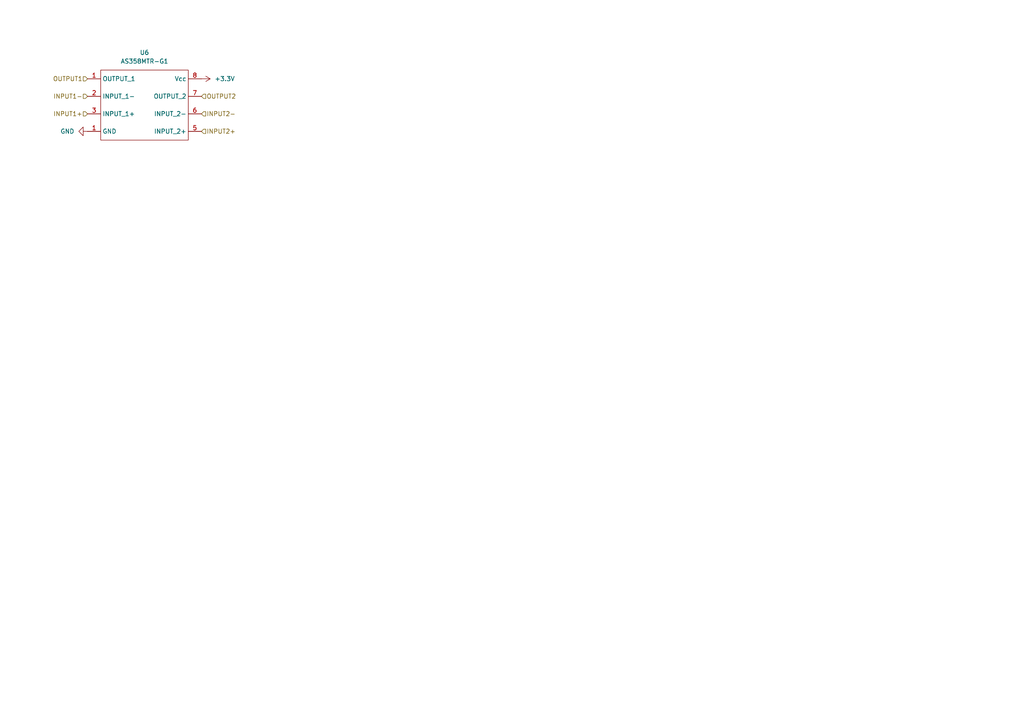
<source format=kicad_sch>
(kicad_sch (version 20250114) (generator "eeschema") (generator_version "9.0")
  (paper "A4")
  (title_block (title "Low Voltage Sensor") (date "08-22-25") (rev "0.1") (company "UTA FSAE") (comment 1 "Project Contributors: Marcus, Ali"))
  (lib_symbols
    (symbol "LV-Sensor-Lib:AS358MTR-G1"
      (property "Reference" "U" (at 0 14.224 0))
      (property "Value" "AS358MTR-G1" (at -0.254 11.938 0))
      (symbol "AS358MTR-G1_1_1"
        (rectangle (start -12.7 10.16) (end 12.7 -10.16))
        (pin output line (at -16.51 7.62 0) (length 3.81) (name "OUTPUT_1") (number "1"))
        (pin input line (at -16.51 2.54 0) (length 3.81) (name "INPUT_1-") (number "2"))
        (pin input line (at -16.51 -2.54 0) (length 3.81) (name "INPUT_1+") (number "3"))
        (pin power_in line (at -16.51 -7.62 0) (length 3.81) (name "GND") (number "1"))
        (pin power_in line (at 16.51 7.62 180) (length 3.81) (name "Vcc") (number "8"))
        (pin output line (at 16.51 2.54 180) (length 3.81) (name "OUTPUT_2") (number "7"))
        (pin power_in line (at 16.51 -2.54 180) (length 3.81) (name "INPUT_2-") (number "6"))
        (pin power_in line (at 16.51 -7.62 180) (length 3.81) (name "INPUT_2+") (number "5"))
      )
    )
    (symbol "power:+3.3V" (power) (pin_numbers (hide yes)) (pin_names (offset 0) (hide yes))
      (property "Value" "+3.3V" (at 0 3.556 0))
      (symbol "+3.3V_0_1"
        (polyline (pts (xy -0.762 1.27) (xy 0 2.54)))
        (polyline (pts (xy 0 2.54) (xy 0.762 1.27)))
        (polyline (pts (xy 0 0) (xy 0 2.54)))
      )
      (symbol "+3.3V_1_1"
        (pin power_in line (at 0 0 90) (length 0) (name "~") (number "1"))
      )
    )
    (symbol "power:GND" (power) (pin_numbers (hide yes)) (pin_names (offset 0) (hide yes))
      (property "Value" "GND" (at 0 -3.81 0))
      (symbol "GND_0_1"
        (polyline (pts (xy 0 0) (xy 0 -1.27) (xy 1.27 -1.27) (xy 0 -2.54) (xy -1.27 -1.27) (xy 0 -1.27)))
      )
      (symbol "GND_1_1"
        (pin power_in line (at 0 0 270) (length 0) (name "~") (number "1"))
      )
    )
  )
  (hierarchical_label "INPUT1-" (shape input) (at 25.4 27.94 180))
  (hierarchical_label "INPUT1+" (shape input) (at 25.4 33.02 180))
  (hierarchical_label "OUTPUT1" (shape input) (at 25.4 22.86 180))
  (hierarchical_label "OUTPUT2" (shape input) (at 58.42 27.94 0))
  (hierarchical_label "INPUT2-" (shape input) (at 58.42 33.02 0))
  (hierarchical_label "INPUT2+" (shape input) (at 58.42 38.1 0))
  (symbol (lib_id "power:+3.3V") (at 58.42 22.86 270) (unit 1)
    (property "Reference" "#PWR013" (effects (hide yes)))
    (property "Value" "+3.3V" (at 62.23 22.8599 90) (effects (justify left)))
    (property "Description" "Power symbol creates a global label with name \"+3.3V\"" (effects (hide yes)))
  )
  (symbol (lib_id "power:GND") (at 25.4 38.1 270) (unit 1)
    (property "Reference" "#PWR04" (effects (hide yes)))
    (property "Value" "GND" (at 21.59 38.0999 90) (effects (justify right)))
    (property "Description" "Power symbol creates a global label with name \"GND\" , ground" (effects (hide yes)))
  )
  (symbol (lib_id "LV-Sensor-Lib:AS358MTR-G1") (at 41.91 30.48 0) (unit 1)
    (property "Reference" "U6" (at 41.91 15.24 0))
    (property "Value" "AS358MTR-G1" (at 41.91 17.78 0))
    (property "Datasheet" "https://www.mouser.com/datasheet/2/115/DIOD_S_A0005046231_1-2542568.pdf" (effects (hide yes)))
    (property "mouser" "https://www.mouser.com/ProductDetail/Diodes-Incorporated/AS358MTR-G1?qs=FKu9oBikfSlRUA%2BzgDv25w%3D%3D" (effects (hide yes)))
    (property "specs" "2 mV offset, 3 V, +/- 1.5 V, Max  36 V, +/- 18 V , 60 dB, -40C, +85C" (effects (hide yes)))
    (property "unit x10" "0.089" (effects (hide yes)))
  )
)
</source>
